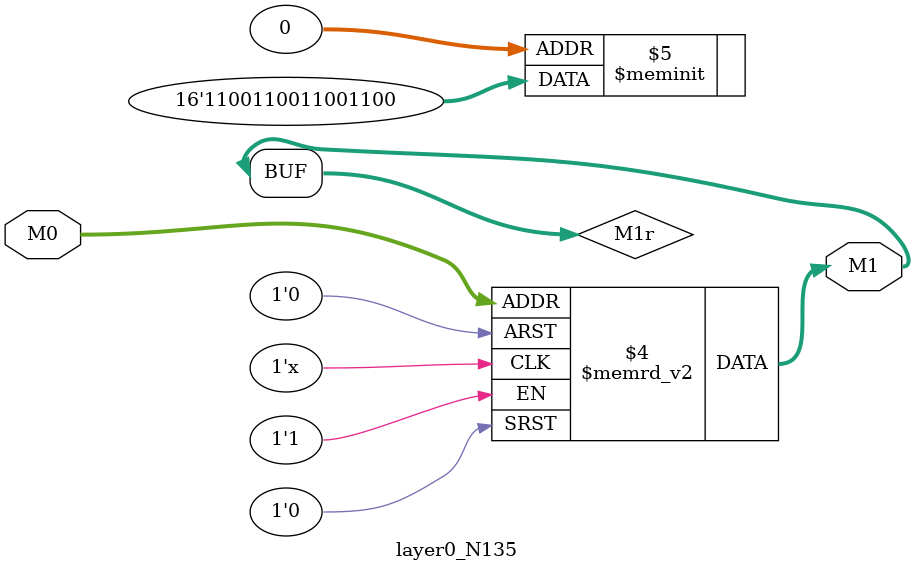
<source format=v>
module layer0_N135 ( input [2:0] M0, output [1:0] M1 );

	(*rom_style = "distributed" *) reg [1:0] M1r;
	assign M1 = M1r;
	always @ (M0) begin
		case (M0)
			3'b000: M1r = 2'b00;
			3'b100: M1r = 2'b00;
			3'b010: M1r = 2'b00;
			3'b110: M1r = 2'b00;
			3'b001: M1r = 2'b11;
			3'b101: M1r = 2'b11;
			3'b011: M1r = 2'b11;
			3'b111: M1r = 2'b11;

		endcase
	end
endmodule

</source>
